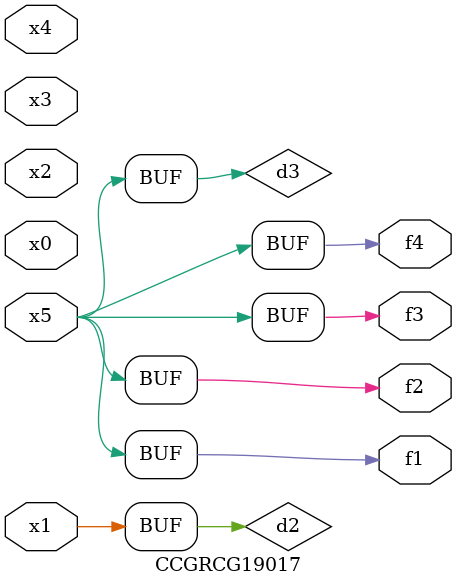
<source format=v>
module CCGRCG19017(
	input x0, x1, x2, x3, x4, x5,
	output f1, f2, f3, f4
);

	wire d1, d2, d3;

	not (d1, x5);
	or (d2, x1);
	xnor (d3, d1);
	assign f1 = d3;
	assign f2 = d3;
	assign f3 = d3;
	assign f4 = d3;
endmodule

</source>
